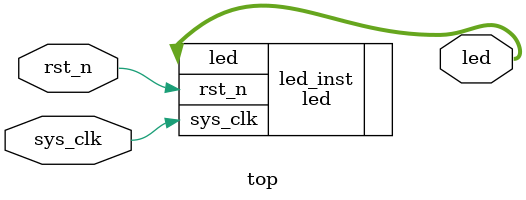
<source format=v>
`timescale 1ns / 1ps


module top
	(
	input sys_clk,
    input rst_n,
	output [3:0]  led		
    );



//Instantiate led module
 led led_inst
	(
    .sys_clk  (sys_clk),
    .rst_n    (rst_n  ),
    .led      (led    )
	);
 
 
 
//Instantiate ps block
design_1_wrapper ps_block
    (	 );
		
endmodule		
</source>
